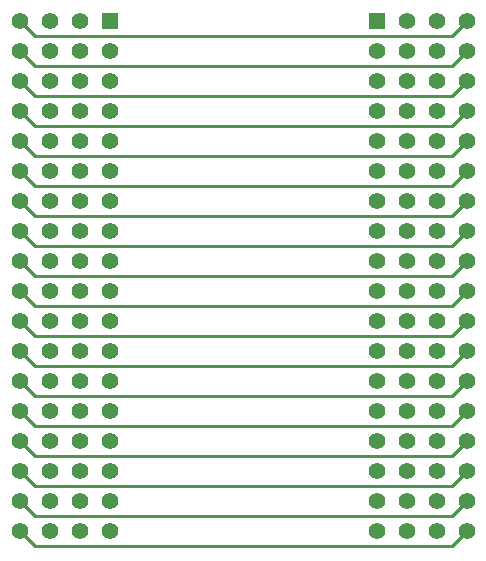
<source format=gbr>
%TF.GenerationSoftware,KiCad,Pcbnew,7.0.9*%
%TF.CreationDate,2024-12-09T19:17:55-07:00*%
%TF.ProjectId,Extender_Board,45787465-6e64-4657-925f-426f6172642e,rev?*%
%TF.SameCoordinates,Original*%
%TF.FileFunction,Copper,L2,Bot*%
%TF.FilePolarity,Positive*%
%FSLAX46Y46*%
G04 Gerber Fmt 4.6, Leading zero omitted, Abs format (unit mm)*
G04 Created by KiCad (PCBNEW 7.0.9) date 2024-12-09 19:17:55*
%MOMM*%
%LPD*%
G01*
G04 APERTURE LIST*
%TA.AperFunction,ComponentPad*%
%ADD10C,1.397000*%
%TD*%
%TA.AperFunction,ComponentPad*%
%ADD11R,1.397000X1.397000*%
%TD*%
%TA.AperFunction,Conductor*%
%ADD12C,0.250000*%
%TD*%
G04 APERTURE END LIST*
D10*
%TO.P,J2,72,B23*%
%TO.N,D18*%
X160782000Y-98806000D03*
%TO.P,J2,71,B24*%
%TO.N,C18*%
X158242000Y-98806000D03*
%TO.P,J2,70,B28*%
%TO.N,B18*%
X155702000Y-98806000D03*
%TO.P,J2,69,B27*%
%TO.N,A18*%
X153162000Y-98806000D03*
%TO.P,J2,68,B20*%
%TO.N,D17*%
X160782000Y-96266000D03*
%TO.P,J2,67,B21*%
%TO.N,C17*%
X158242000Y-96266000D03*
%TO.P,J2,66,B31*%
%TO.N,B17*%
X155702000Y-96266000D03*
%TO.P,J2,65,B30*%
%TO.N,A17*%
X153162000Y-96266000D03*
%TO.P,J2,64,B17*%
%TO.N,D16*%
X160782000Y-93726000D03*
%TO.P,J2,63,B18*%
%TO.N,C16*%
X158242000Y-93726000D03*
%TO.P,J2,62,B34*%
%TO.N,B16*%
X155702000Y-93726000D03*
%TO.P,J2,61,B33*%
%TO.N,A16*%
X153162000Y-93726000D03*
%TO.P,J2,60,B14*%
%TO.N,D15*%
X160782000Y-91186000D03*
%TO.P,J2,59,B15*%
%TO.N,C15*%
X158242000Y-91186000D03*
%TO.P,J2,58,B37*%
%TO.N,B15*%
X155702000Y-91186000D03*
%TO.P,J2,57,B36*%
%TO.N,A15*%
X153162000Y-91186000D03*
%TO.P,J2,56,B11*%
%TO.N,D14*%
X160782000Y-88646000D03*
%TO.P,J2,55,B12*%
%TO.N,C14*%
X158242000Y-88646000D03*
%TO.P,J2,54,B40*%
%TO.N,B14*%
X155702000Y-88646000D03*
%TO.P,J2,53,B39*%
%TO.N,A14*%
X153162000Y-88646000D03*
%TO.P,J2,52,B8*%
%TO.N,D13*%
X160782000Y-86106000D03*
%TO.P,J2,51,B9*%
%TO.N,C13*%
X158242000Y-86106000D03*
%TO.P,J2,50,B43*%
%TO.N,B13*%
X155702000Y-86106000D03*
%TO.P,J2,49,B42*%
%TO.N,A13*%
X153162000Y-86106000D03*
%TO.P,J2,48,B5*%
%TO.N,D12*%
X160782000Y-83566000D03*
%TO.P,J2,47,B6*%
%TO.N,C12*%
X158242000Y-83566000D03*
%TO.P,J2,46,B46*%
%TO.N,B12*%
X155702000Y-83566000D03*
%TO.P,J2,45,B45*%
%TO.N,A12*%
X153162000Y-83566000D03*
%TO.P,J2,44,B2*%
%TO.N,D11*%
X160782000Y-81026000D03*
%TO.P,J2,43,B3*%
%TO.N,C11*%
X158242000Y-81026000D03*
%TO.P,J2,42,B49*%
%TO.N,B11*%
X155702000Y-81026000D03*
%TO.P,J2,41,B48*%
%TO.N,A11*%
X153162000Y-81026000D03*
%TO.P,J2,40,G4*%
%TO.N,D10*%
X160782000Y-78486000D03*
%TO.P,J2,39,3V2*%
%TO.N,C10*%
X158242000Y-78486000D03*
%TO.P,J2,38,G3*%
%TO.N,B10*%
X155702000Y-78486000D03*
%TO.P,J2,37,5V2*%
%TO.N,A10*%
X153162000Y-78486000D03*
%TO.P,J2,36,A23*%
%TO.N,D9*%
X160782000Y-75946000D03*
%TO.P,J2,35,A24*%
%TO.N,C9*%
X158242000Y-75946000D03*
%TO.P,J2,34,A28*%
%TO.N,B9*%
X155702000Y-75946000D03*
%TO.P,J2,33,A27*%
%TO.N,A9*%
X153162000Y-75946000D03*
%TO.P,J2,32,A20*%
%TO.N,D8*%
X160782000Y-73406000D03*
%TO.P,J2,31,A21*%
%TO.N,C8*%
X158242000Y-73406000D03*
%TO.P,J2,30,A31*%
%TO.N,B8*%
X155702000Y-73406000D03*
%TO.P,J2,29,A30*%
%TO.N,A8*%
X153162000Y-73406000D03*
%TO.P,J2,28,A17*%
%TO.N,D7*%
X160782000Y-70866000D03*
%TO.P,J2,27,A18*%
%TO.N,C7*%
X158242000Y-70866000D03*
%TO.P,J2,26,A34*%
%TO.N,B7*%
X155702000Y-70866000D03*
%TO.P,J2,25,A33*%
%TO.N,A7*%
X153162000Y-70866000D03*
%TO.P,J2,24,A14*%
%TO.N,D6*%
X160782000Y-68326000D03*
%TO.P,J2,23,A15*%
%TO.N,C6*%
X158242000Y-68326000D03*
%TO.P,J2,22,A37*%
%TO.N,B6*%
X155702000Y-68326000D03*
%TO.P,J2,21,A36*%
%TO.N,A6*%
X153162000Y-68326000D03*
%TO.P,J2,20,A11*%
%TO.N,D5*%
X160782000Y-65786000D03*
%TO.P,J2,19,A12*%
%TO.N,C5*%
X158242000Y-65786000D03*
%TO.P,J2,18,A40*%
%TO.N,B5*%
X155702000Y-65786000D03*
%TO.P,J2,17,A39*%
%TO.N,A5*%
X153162000Y-65786000D03*
%TO.P,J2,16,A8*%
%TO.N,D4*%
X160782000Y-63246000D03*
%TO.P,J2,15,A9*%
%TO.N,C4*%
X158242000Y-63246000D03*
%TO.P,J2,14,A43*%
%TO.N,B4*%
X155702000Y-63246000D03*
%TO.P,J2,13,A42*%
%TO.N,A4*%
X153162000Y-63246000D03*
%TO.P,J2,12,A5*%
%TO.N,D3*%
X160782000Y-60706000D03*
%TO.P,J2,11,A6*%
%TO.N,C3*%
X158242000Y-60706000D03*
%TO.P,J2,10,A46*%
%TO.N,B3*%
X155702000Y-60706000D03*
%TO.P,J2,9,A45*%
%TO.N,A3*%
X153162000Y-60706000D03*
%TO.P,J2,8,A2*%
%TO.N,D2*%
X160782000Y-58166000D03*
%TO.P,J2,7,A3*%
%TO.N,C2*%
X158242000Y-58166000D03*
%TO.P,J2,6,A49*%
%TO.N,B2*%
X155702000Y-58166000D03*
%TO.P,J2,5,A48*%
%TO.N,A2*%
X153162000Y-58166000D03*
%TO.P,J2,4,G2*%
%TO.N,D1*%
X160782000Y-55626000D03*
%TO.P,J2,3,3V1*%
%TO.N,C1*%
X158242000Y-55626000D03*
%TO.P,J2,2,G1*%
%TO.N,B1*%
X155702000Y-55626000D03*
D11*
%TO.P,J2,1,5V1*%
%TO.N,A1*%
X153162000Y-55626000D03*
%TD*%
D10*
%TO.P,J1,72,B23*%
%TO.N,D18*%
X122936000Y-98806000D03*
%TO.P,J1,71,B24*%
%TO.N,C18*%
X125476000Y-98806000D03*
%TO.P,J1,70,B28*%
%TO.N,B18*%
X128016000Y-98806000D03*
%TO.P,J1,69,B27*%
%TO.N,A18*%
X130556000Y-98806000D03*
%TO.P,J1,68,B20*%
%TO.N,D17*%
X122936000Y-96266000D03*
%TO.P,J1,67,B21*%
%TO.N,C17*%
X125476000Y-96266000D03*
%TO.P,J1,66,B31*%
%TO.N,B17*%
X128016000Y-96266000D03*
%TO.P,J1,65,B30*%
%TO.N,A17*%
X130556000Y-96266000D03*
%TO.P,J1,64,B17*%
%TO.N,D16*%
X122936000Y-93726000D03*
%TO.P,J1,63,B18*%
%TO.N,C16*%
X125476000Y-93726000D03*
%TO.P,J1,62,B34*%
%TO.N,B16*%
X128016000Y-93726000D03*
%TO.P,J1,61,B33*%
%TO.N,A16*%
X130556000Y-93726000D03*
%TO.P,J1,60,B14*%
%TO.N,D15*%
X122936000Y-91186000D03*
%TO.P,J1,59,B15*%
%TO.N,C15*%
X125476000Y-91186000D03*
%TO.P,J1,58,B37*%
%TO.N,B15*%
X128016000Y-91186000D03*
%TO.P,J1,57,B36*%
%TO.N,A15*%
X130556000Y-91186000D03*
%TO.P,J1,56,B11*%
%TO.N,D14*%
X122936000Y-88646000D03*
%TO.P,J1,55,B12*%
%TO.N,C14*%
X125476000Y-88646000D03*
%TO.P,J1,54,B40*%
%TO.N,B14*%
X128016000Y-88646000D03*
%TO.P,J1,53,B39*%
%TO.N,A14*%
X130556000Y-88646000D03*
%TO.P,J1,52,B8*%
%TO.N,D13*%
X122936000Y-86106000D03*
%TO.P,J1,51,B9*%
%TO.N,C13*%
X125476000Y-86106000D03*
%TO.P,J1,50,B43*%
%TO.N,B13*%
X128016000Y-86106000D03*
%TO.P,J1,49,B42*%
%TO.N,A13*%
X130556000Y-86106000D03*
%TO.P,J1,48,B5*%
%TO.N,D12*%
X122936000Y-83566000D03*
%TO.P,J1,47,B6*%
%TO.N,C12*%
X125476000Y-83566000D03*
%TO.P,J1,46,B46*%
%TO.N,B12*%
X128016000Y-83566000D03*
%TO.P,J1,45,B45*%
%TO.N,A12*%
X130556000Y-83566000D03*
%TO.P,J1,44,B2*%
%TO.N,D11*%
X122936000Y-81026000D03*
%TO.P,J1,43,B3*%
%TO.N,C11*%
X125476000Y-81026000D03*
%TO.P,J1,42,B49*%
%TO.N,B11*%
X128016000Y-81026000D03*
%TO.P,J1,41,B48*%
%TO.N,A11*%
X130556000Y-81026000D03*
%TO.P,J1,40,G4*%
%TO.N,D10*%
X122936000Y-78486000D03*
%TO.P,J1,39,3V2*%
%TO.N,C10*%
X125476000Y-78486000D03*
%TO.P,J1,38,G3*%
%TO.N,B10*%
X128016000Y-78486000D03*
%TO.P,J1,37,5V2*%
%TO.N,A10*%
X130556000Y-78486000D03*
%TO.P,J1,36,A23*%
%TO.N,D9*%
X122936000Y-75946000D03*
%TO.P,J1,35,A24*%
%TO.N,C9*%
X125476000Y-75946000D03*
%TO.P,J1,34,A28*%
%TO.N,B9*%
X128016000Y-75946000D03*
%TO.P,J1,33,A27*%
%TO.N,A9*%
X130556000Y-75946000D03*
%TO.P,J1,32,A20*%
%TO.N,D8*%
X122936000Y-73406000D03*
%TO.P,J1,31,A21*%
%TO.N,C8*%
X125476000Y-73406000D03*
%TO.P,J1,30,A31*%
%TO.N,B8*%
X128016000Y-73406000D03*
%TO.P,J1,29,A30*%
%TO.N,A8*%
X130556000Y-73406000D03*
%TO.P,J1,28,A17*%
%TO.N,D7*%
X122936000Y-70866000D03*
%TO.P,J1,27,A18*%
%TO.N,C7*%
X125476000Y-70866000D03*
%TO.P,J1,26,A34*%
%TO.N,B7*%
X128016000Y-70866000D03*
%TO.P,J1,25,A33*%
%TO.N,A7*%
X130556000Y-70866000D03*
%TO.P,J1,24,A14*%
%TO.N,D6*%
X122936000Y-68326000D03*
%TO.P,J1,23,A15*%
%TO.N,C6*%
X125476000Y-68326000D03*
%TO.P,J1,22,A37*%
%TO.N,B6*%
X128016000Y-68326000D03*
%TO.P,J1,21,A36*%
%TO.N,A6*%
X130556000Y-68326000D03*
%TO.P,J1,20,A11*%
%TO.N,D5*%
X122936000Y-65786000D03*
%TO.P,J1,19,A12*%
%TO.N,C5*%
X125476000Y-65786000D03*
%TO.P,J1,18,A40*%
%TO.N,B5*%
X128016000Y-65786000D03*
%TO.P,J1,17,A39*%
%TO.N,A5*%
X130556000Y-65786000D03*
%TO.P,J1,16,A8*%
%TO.N,D4*%
X122936000Y-63246000D03*
%TO.P,J1,15,A9*%
%TO.N,C4*%
X125476000Y-63246000D03*
%TO.P,J1,14,A43*%
%TO.N,B4*%
X128016000Y-63246000D03*
%TO.P,J1,13,A42*%
%TO.N,A4*%
X130556000Y-63246000D03*
%TO.P,J1,12,A5*%
%TO.N,D3*%
X122936000Y-60706000D03*
%TO.P,J1,11,A6*%
%TO.N,C3*%
X125476000Y-60706000D03*
%TO.P,J1,10,A46*%
%TO.N,B3*%
X128016000Y-60706000D03*
%TO.P,J1,9,A45*%
%TO.N,A3*%
X130556000Y-60706000D03*
%TO.P,J1,8,A2*%
%TO.N,D2*%
X122936000Y-58166000D03*
%TO.P,J1,7,A3*%
%TO.N,C2*%
X125476000Y-58166000D03*
%TO.P,J1,6,A49*%
%TO.N,B2*%
X128016000Y-58166000D03*
%TO.P,J1,5,A48*%
%TO.N,A2*%
X130556000Y-58166000D03*
%TO.P,J1,4,G2*%
%TO.N,D1*%
X122936000Y-55626000D03*
%TO.P,J1,3,3V1*%
%TO.N,C1*%
X125476000Y-55626000D03*
%TO.P,J1,2,G1*%
%TO.N,B1*%
X128016000Y-55626000D03*
D11*
%TO.P,J1,1,5V1*%
%TO.N,A1*%
X130556000Y-55626000D03*
%TD*%
D12*
%TO.N,D1*%
X160782000Y-55626000D02*
X159512000Y-56896000D01*
X159512000Y-56896000D02*
X124206000Y-56896000D01*
X124206000Y-56896000D02*
X122936000Y-55626000D01*
%TO.N,D2*%
X159512000Y-59436000D02*
X160782000Y-58166000D01*
X124206000Y-59436000D02*
X159512000Y-59436000D01*
X122936000Y-58166000D02*
X124206000Y-59436000D01*
%TO.N,D3*%
X124206000Y-61976000D02*
X122936000Y-60706000D01*
X160782000Y-60706000D02*
X159512000Y-61976000D01*
X159512000Y-61976000D02*
X124206000Y-61976000D01*
%TO.N,D4*%
X159512000Y-64516000D02*
X160782000Y-63246000D01*
X124206000Y-64516000D02*
X159512000Y-64516000D01*
X122936000Y-63246000D02*
X124206000Y-64516000D01*
%TO.N,D5*%
X159512000Y-67056000D02*
X124206000Y-67056000D01*
X124206000Y-67056000D02*
X122936000Y-65786000D01*
X160782000Y-65786000D02*
X159512000Y-67056000D01*
%TO.N,D6*%
X122936000Y-68326000D02*
X124206000Y-69596000D01*
X159512000Y-69596000D02*
X160782000Y-68326000D01*
X124206000Y-69596000D02*
X159512000Y-69596000D01*
%TO.N,D7*%
X124206000Y-72136000D02*
X122936000Y-70866000D01*
X160782000Y-70866000D02*
X159512000Y-72136000D01*
X159512000Y-72136000D02*
X124206000Y-72136000D01*
%TO.N,D8*%
X159512000Y-74676000D02*
X160782000Y-73406000D01*
X124206000Y-74676000D02*
X159512000Y-74676000D01*
X122936000Y-73406000D02*
X124206000Y-74676000D01*
%TO.N,D9*%
X160782000Y-75946000D02*
X159512000Y-77216000D01*
X159512000Y-77216000D02*
X124206000Y-77216000D01*
X124206000Y-77216000D02*
X122936000Y-75946000D01*
%TO.N,D10*%
X124206000Y-79756000D02*
X122936000Y-78486000D01*
X159512000Y-79756000D02*
X124206000Y-79756000D01*
X160782000Y-78486000D02*
X159512000Y-79756000D01*
%TO.N,D11*%
X124206000Y-82296000D02*
X159512000Y-82296000D01*
X159512000Y-82296000D02*
X160782000Y-81026000D01*
X122936000Y-81026000D02*
X124206000Y-82296000D01*
%TO.N,D12*%
X124206000Y-84836000D02*
X122936000Y-83566000D01*
X159512000Y-84836000D02*
X124206000Y-84836000D01*
X160782000Y-83566000D02*
X159512000Y-84836000D01*
%TO.N,D13*%
X124206000Y-87376000D02*
X159512000Y-87376000D01*
X122936000Y-86106000D02*
X124206000Y-87376000D01*
X159512000Y-87376000D02*
X160782000Y-86106000D01*
%TO.N,D14*%
X159512000Y-89916000D02*
X124206000Y-89916000D01*
X124206000Y-89916000D02*
X122936000Y-88646000D01*
X160782000Y-88646000D02*
X159512000Y-89916000D01*
%TO.N,D15*%
X124206000Y-92456000D02*
X159512000Y-92456000D01*
X159512000Y-92456000D02*
X160782000Y-91186000D01*
X122936000Y-91186000D02*
X124206000Y-92456000D01*
%TO.N,D16*%
X124206000Y-94996000D02*
X122936000Y-93726000D01*
X160782000Y-93726000D02*
X159512000Y-94996000D01*
X159512000Y-94996000D02*
X124206000Y-94996000D01*
%TO.N,D17*%
X124206000Y-97536000D02*
X159512000Y-97536000D01*
X159512000Y-97536000D02*
X160782000Y-96266000D01*
X122936000Y-96266000D02*
X124206000Y-97536000D01*
%TO.N,D18*%
X159512000Y-100076000D02*
X124206000Y-100076000D01*
X124206000Y-100076000D02*
X122936000Y-98806000D01*
X160782000Y-98806000D02*
X159512000Y-100076000D01*
%TD*%
M02*

</source>
